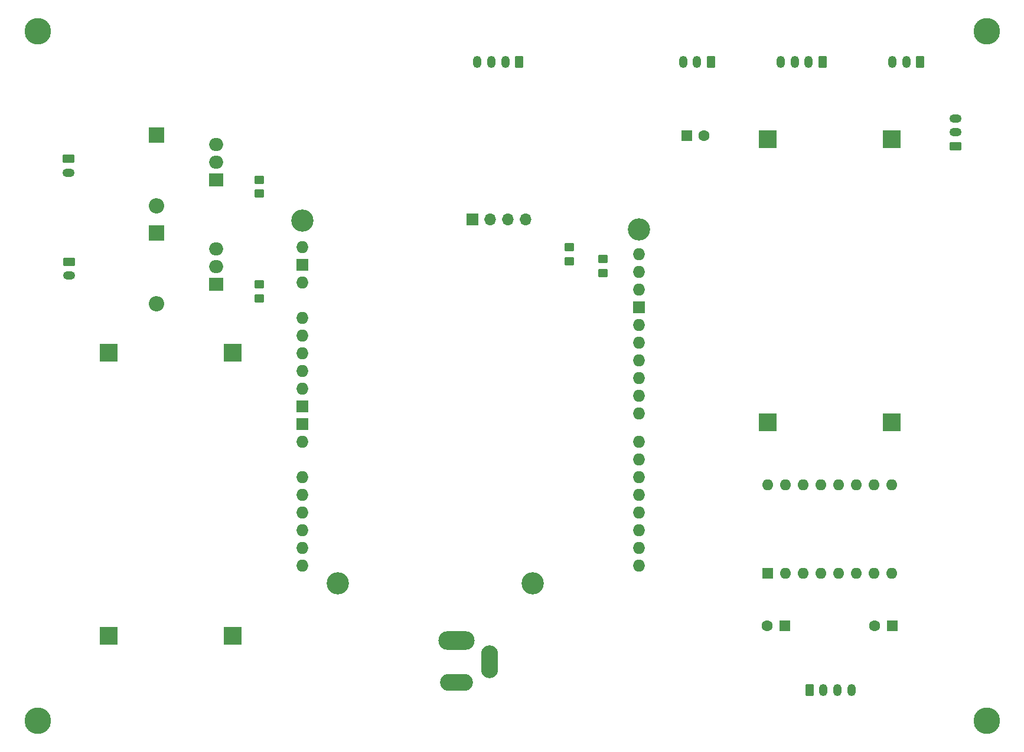
<source format=gts>
%TF.GenerationSoftware,KiCad,Pcbnew,8.0.0*%
%TF.CreationDate,2024-03-04T10:49:59+07:00*%
%TF.ProjectId,capstone,63617073-746f-46e6-952e-6b696361645f,rev?*%
%TF.SameCoordinates,Original*%
%TF.FileFunction,Soldermask,Top*%
%TF.FilePolarity,Negative*%
%FSLAX46Y46*%
G04 Gerber Fmt 4.6, Leading zero omitted, Abs format (unit mm)*
G04 Created by KiCad (PCBNEW 8.0.0) date 2024-03-04 10:49:59*
%MOMM*%
%LPD*%
G01*
G04 APERTURE LIST*
G04 Aperture macros list*
%AMRoundRect*
0 Rectangle with rounded corners*
0 $1 Rounding radius*
0 $2 $3 $4 $5 $6 $7 $8 $9 X,Y pos of 4 corners*
0 Add a 4 corners polygon primitive as box body*
4,1,4,$2,$3,$4,$5,$6,$7,$8,$9,$2,$3,0*
0 Add four circle primitives for the rounded corners*
1,1,$1+$1,$2,$3*
1,1,$1+$1,$4,$5*
1,1,$1+$1,$6,$7*
1,1,$1+$1,$8,$9*
0 Add four rect primitives between the rounded corners*
20,1,$1+$1,$2,$3,$4,$5,0*
20,1,$1+$1,$4,$5,$6,$7,0*
20,1,$1+$1,$6,$7,$8,$9,0*
20,1,$1+$1,$8,$9,$2,$3,0*%
G04 Aperture macros list end*
%ADD10RoundRect,0.250000X-0.450000X0.350000X-0.450000X-0.350000X0.450000X-0.350000X0.450000X0.350000X0*%
%ADD11RoundRect,0.250000X-0.625000X0.350000X-0.625000X-0.350000X0.625000X-0.350000X0.625000X0.350000X0*%
%ADD12O,1.750000X1.200000*%
%ADD13O,5.204000X2.704000*%
%ADD14O,4.704000X2.454000*%
%ADD15O,2.454000X4.704000*%
%ADD16RoundRect,0.250000X0.350000X0.625000X-0.350000X0.625000X-0.350000X-0.625000X0.350000X-0.625000X0*%
%ADD17O,1.200000X1.750000*%
%ADD18C,3.800000*%
%ADD19R,1.600000X1.600000*%
%ADD20C,1.600000*%
%ADD21RoundRect,0.250000X-0.350000X-0.625000X0.350000X-0.625000X0.350000X0.625000X-0.350000X0.625000X0*%
%ADD22R,2.000000X1.905000*%
%ADD23O,2.000000X1.905000*%
%ADD24RoundRect,0.250000X0.450000X-0.350000X0.450000X0.350000X-0.450000X0.350000X-0.450000X-0.350000X0*%
%ADD25C,3.200000*%
%ADD26O,1.727200X1.727200*%
%ADD27R,1.727200X1.727200*%
%ADD28R,2.200000X2.200000*%
%ADD29O,2.200000X2.200000*%
%ADD30R,2.540000X2.540000*%
%ADD31R,1.700000X1.700000*%
%ADD32O,1.700000X1.700000*%
%ADD33O,1.600000X1.600000*%
%ADD34RoundRect,0.250000X0.625000X-0.350000X0.625000X0.350000X-0.625000X0.350000X-0.625000X-0.350000X0*%
G04 APERTURE END LIST*
D10*
%TO.C,R3*%
X176500000Y-74200000D03*
X176500000Y-76200000D03*
%TD*%
D11*
%TO.C,J2*%
X99900000Y-59830000D03*
D12*
X99900000Y-61830000D03*
%TD*%
D13*
%TO.C,J11*%
X155500000Y-129000000D03*
D14*
X155500000Y-135000000D03*
D15*
X160200000Y-132000000D03*
%TD*%
D16*
%TO.C,W_LV_SENSOR*%
X164500000Y-45950000D03*
D17*
X162500000Y-45950000D03*
X160500000Y-45950000D03*
X158500000Y-45950000D03*
%TD*%
D18*
%TO.C,H2*%
X231500000Y-140500000D03*
%TD*%
%TO.C,H5*%
X95450000Y-140500000D03*
%TD*%
D19*
%TO.C,C5*%
X188500000Y-56500000D03*
D20*
X191000000Y-56500000D03*
%TD*%
D21*
%TO.C,STP_MTR*%
X206110000Y-136050000D03*
D17*
X208110000Y-136050000D03*
X210110000Y-136050000D03*
X212110000Y-136050000D03*
%TD*%
D22*
%TO.C,Q2*%
X121000000Y-77870000D03*
D23*
X121000000Y-75330000D03*
X121000000Y-72790000D03*
%TD*%
D24*
%TO.C,R4*%
X171700000Y-74500000D03*
X171700000Y-72500000D03*
%TD*%
D25*
%TO.C,A1*%
X133370000Y-68689881D03*
X181630000Y-69959881D03*
X166390000Y-120759881D03*
X138450000Y-120759881D03*
D26*
X133370000Y-90279881D03*
X133370000Y-92819881D03*
X133370000Y-105519881D03*
X133370000Y-108059881D03*
X133370000Y-110599881D03*
X133370000Y-113139881D03*
X133370000Y-115679881D03*
X133370000Y-118219881D03*
X181630000Y-78595881D03*
X133370000Y-82659881D03*
X181630000Y-118219881D03*
X181630000Y-115679881D03*
X181630000Y-113139881D03*
X181630000Y-110599881D03*
X181630000Y-108059881D03*
X181630000Y-105519881D03*
X181630000Y-102979881D03*
X181630000Y-100439881D03*
X181630000Y-96375881D03*
X181630000Y-93835881D03*
X181630000Y-91295881D03*
X181630000Y-88755881D03*
X181630000Y-86215881D03*
X181630000Y-83675881D03*
D27*
X181630000Y-81135881D03*
X133370000Y-95359881D03*
X133370000Y-97899881D03*
X133370000Y-75039881D03*
D26*
X133370000Y-85199881D03*
X133370000Y-72499881D03*
X133370000Y-87739881D03*
X181630000Y-73515881D03*
X181630000Y-76055881D03*
X133370000Y-77579881D03*
X133370000Y-100439881D03*
%TD*%
D19*
%TO.C,C4*%
X202542380Y-126850000D03*
D20*
X200042380Y-126850000D03*
%TD*%
D28*
%TO.C,D2*%
X112500000Y-70500000D03*
D29*
X112500000Y-80660000D03*
%TD*%
D24*
%TO.C,R2*%
X127250000Y-79830000D03*
X127250000Y-77830000D03*
%TD*%
%TO.C,R1*%
X127250000Y-64830000D03*
X127250000Y-62830000D03*
%TD*%
D30*
%TO.C,U2*%
X200110000Y-97600000D03*
X217890000Y-97600000D03*
X217890000Y-56960000D03*
X200110000Y-56960000D03*
%TD*%
D16*
%TO.C,DHT-11*%
X222000000Y-45950000D03*
D17*
X220000000Y-45950000D03*
X218000000Y-45950000D03*
%TD*%
D16*
%TO.C,ULT_SENSOR*%
X208000000Y-45950000D03*
D17*
X206000000Y-45950000D03*
X204000000Y-45950000D03*
X202000000Y-45950000D03*
%TD*%
D31*
%TO.C,J10*%
X157750000Y-68500000D03*
D32*
X160290000Y-68500000D03*
X162830000Y-68500000D03*
X165370000Y-68500000D03*
%TD*%
D28*
%TO.C,D1*%
X112500000Y-56420000D03*
D29*
X112500000Y-66580000D03*
%TD*%
D18*
%TO.C,H1*%
X231500000Y-41500000D03*
%TD*%
D19*
%TO.C,A2*%
X200110000Y-119340000D03*
D33*
X202650000Y-119340000D03*
X205190000Y-119340000D03*
X207730000Y-119340000D03*
X210270000Y-119340000D03*
X212810000Y-119340000D03*
X215350000Y-119340000D03*
X217890000Y-119340000D03*
X217890000Y-106640000D03*
X215350000Y-106640000D03*
X212810000Y-106640000D03*
X210270000Y-106640000D03*
X207730000Y-106640000D03*
X205190000Y-106640000D03*
X202650000Y-106640000D03*
X200110000Y-106640000D03*
%TD*%
D34*
%TO.C,WTR_PMP*%
X227050000Y-58000000D03*
D12*
X227050000Y-56000000D03*
X227050000Y-54000000D03*
%TD*%
D30*
%TO.C,U1*%
X105610000Y-128320000D03*
X123390000Y-128320000D03*
X123390000Y-87680000D03*
X105610000Y-87680000D03*
%TD*%
D16*
%TO.C,SERVO_PWM*%
X192000000Y-45950000D03*
D17*
X190000000Y-45950000D03*
X188000000Y-45950000D03*
%TD*%
D18*
%TO.C,H3*%
X95450000Y-41500000D03*
%TD*%
D22*
%TO.C,Q1*%
X121000000Y-62870000D03*
D23*
X121000000Y-60330000D03*
X121000000Y-57790000D03*
%TD*%
D19*
%TO.C,C3*%
X217974759Y-126849999D03*
D20*
X215474759Y-126849999D03*
%TD*%
D11*
%TO.C,J3*%
X99950000Y-74580000D03*
D12*
X99950000Y-76580000D03*
%TD*%
M02*

</source>
